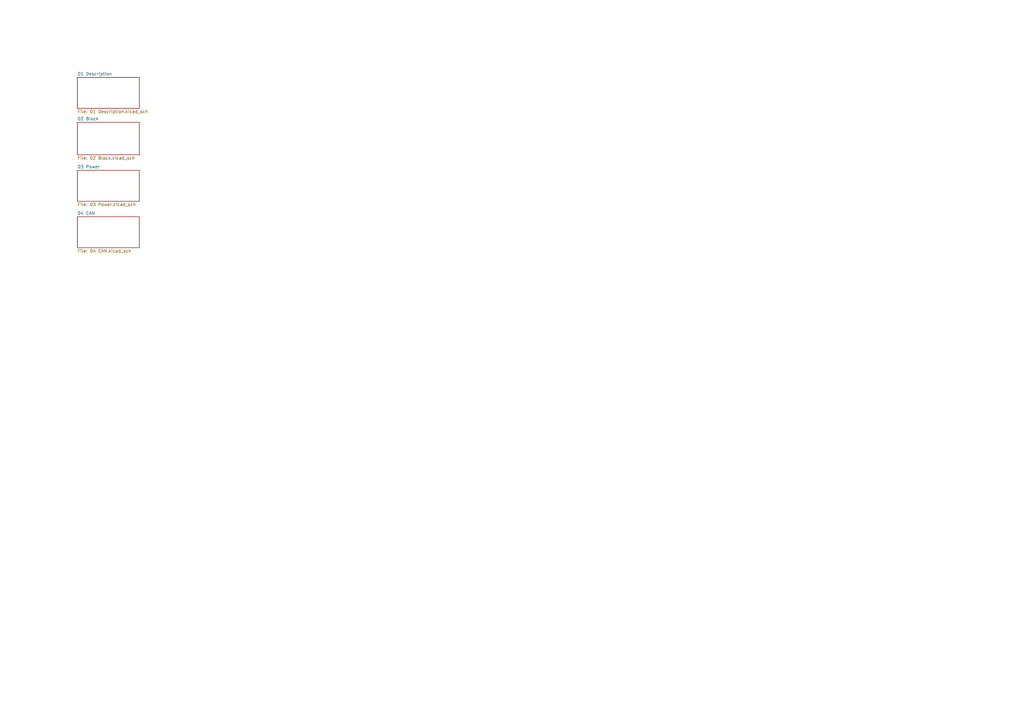
<source format=kicad_sch>
(kicad_sch
	(version 20231120)
	(generator "eeschema")
	(generator_version "8.0")
	(uuid "35101730-b39c-4f85-9829-ee8a0f4a4272")
	(paper "A3")
	(title_block
		(title "reCamera Gimbal")
		(date "2024-10-22")
		(rev "v0.9")
	)
	(lib_symbols)
	(sheet
		(at 31.75 50.165)
		(size 25.4 13.335)
		(fields_autoplaced yes)
		(stroke
			(width 0.1524)
			(type solid)
		)
		(fill
			(color 0 0 0 0.0000)
		)
		(uuid "0d09a803-6659-4c7d-add4-827d1eb9c975")
		(property "Sheetname" "02 Block"
			(at 31.75 49.4534 0)
			(effects
				(font
					(size 1.27 1.27)
				)
				(justify left bottom)
			)
		)
		(property "Sheetfile" "02 Block.kicad_sch"
			(at 31.75 64.0846 0)
			(effects
				(font
					(size 1.27 1.27)
				)
				(justify left top)
			)
		)
		(instances
			(project "reCamera Gimbal"
				(path "/35101730-b39c-4f85-9829-ee8a0f4a4272"
					(page "3")
				)
			)
		)
	)
	(sheet
		(at 31.75 88.9)
		(size 25.4 12.7)
		(fields_autoplaced yes)
		(stroke
			(width 0.1524)
			(type solid)
		)
		(fill
			(color 0 0 0 0.0000)
		)
		(uuid "57ae9e4f-f8a3-493c-bda2-8291748b9492")
		(property "Sheetname" "04 CAN"
			(at 31.75 88.1884 0)
			(effects
				(font
					(size 1.27 1.27)
				)
				(justify left bottom)
			)
		)
		(property "Sheetfile" "04 CAN.kicad_sch"
			(at 31.75 102.1846 0)
			(effects
				(font
					(size 1.27 1.27)
				)
				(justify left top)
			)
		)
		(instances
			(project "reCamera Gimbal"
				(path "/35101730-b39c-4f85-9829-ee8a0f4a4272"
					(page "5")
				)
			)
		)
	)
	(sheet
		(at 31.75 31.75)
		(size 25.4 12.7)
		(fields_autoplaced yes)
		(stroke
			(width 0.1524)
			(type solid)
		)
		(fill
			(color 0 0 0 0.0000)
		)
		(uuid "6f7b0825-76c5-4523-a765-f10420d34e13")
		(property "Sheetname" "01 Description"
			(at 31.75 31.0384 0)
			(effects
				(font
					(size 1.27 1.27)
				)
				(justify left bottom)
			)
		)
		(property "Sheetfile" "01 Description.kicad_sch"
			(at 31.75 45.0346 0)
			(effects
				(font
					(size 1.27 1.27)
				)
				(justify left top)
			)
		)
		(instances
			(project "reCamera Gimbal"
				(path "/35101730-b39c-4f85-9829-ee8a0f4a4272"
					(page "2")
				)
			)
		)
	)
	(sheet
		(at 31.75 69.85)
		(size 25.4 12.7)
		(fields_autoplaced yes)
		(stroke
			(width 0.1524)
			(type solid)
		)
		(fill
			(color 0 0 0 0.0000)
		)
		(uuid "ccd00fef-f34d-462c-9a9c-e9a475e0c708")
		(property "Sheetname" "03 Power"
			(at 31.75 69.1384 0)
			(effects
				(font
					(size 1.27 1.27)
				)
				(justify left bottom)
			)
		)
		(property "Sheetfile" "03 Power.kicad_sch"
			(at 31.75 83.1346 0)
			(effects
				(font
					(size 1.27 1.27)
				)
				(justify left top)
			)
		)
		(instances
			(project "reCamera Gimbal"
				(path "/35101730-b39c-4f85-9829-ee8a0f4a4272"
					(page "4")
				)
			)
		)
	)
	(sheet_instances
		(path "/"
			(page "1")
		)
	)
)

</source>
